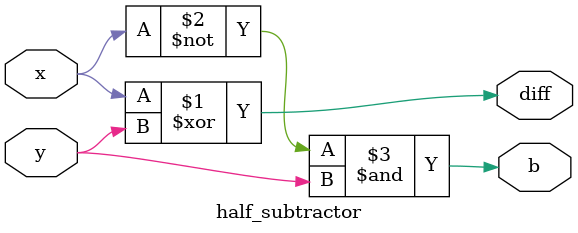
<source format=v>
`timescale 1ns / 1ps


module half_subtractor(
    input x,y,
    output diff,b
    );
    assign diff = x^y;
    assign b = ~x&y;
endmodule
</source>
